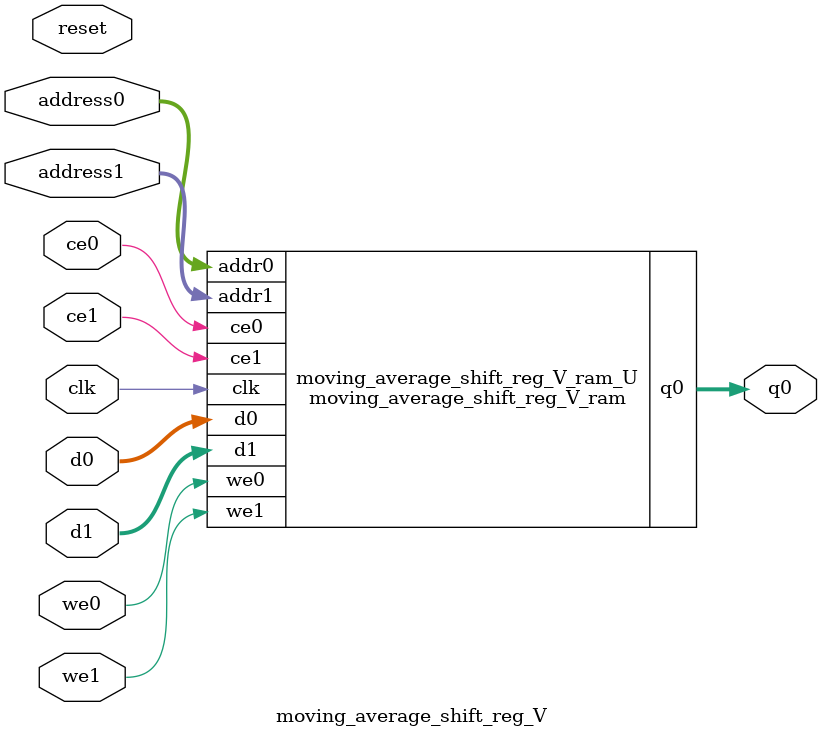
<source format=v>
`timescale 1 ns / 1 ps
module moving_average_shift_reg_V_ram (addr0, ce0, d0, we0, q0, addr1, ce1, d1, we1,  clk);

parameter DWIDTH = 16;
parameter AWIDTH = 10;
parameter MEM_SIZE = 1024;

input[AWIDTH-1:0] addr0;
input ce0;
input[DWIDTH-1:0] d0;
input we0;
output reg[DWIDTH-1:0] q0;
input[AWIDTH-1:0] addr1;
input ce1;
input[DWIDTH-1:0] d1;
input we1;
input clk;

(* ram_style = "block" *)reg [DWIDTH-1:0] ram[0:MEM_SIZE-1];




always @(posedge clk)  
begin 
    if (ce0) 
    begin
        if (we0) 
        begin 
            ram[addr0] <= d0; 
        end 
        q0 <= ram[addr0];
    end
end


always @(posedge clk)  
begin 
    if (ce1) 
    begin
        if (we1) 
        begin 
            ram[addr1] <= d1; 
        end 
    end
end


endmodule

`timescale 1 ns / 1 ps
module moving_average_shift_reg_V(
    reset,
    clk,
    address0,
    ce0,
    we0,
    d0,
    q0,
    address1,
    ce1,
    we1,
    d1);

parameter DataWidth = 32'd16;
parameter AddressRange = 32'd1024;
parameter AddressWidth = 32'd10;
input reset;
input clk;
input[AddressWidth - 1:0] address0;
input ce0;
input we0;
input[DataWidth - 1:0] d0;
output[DataWidth - 1:0] q0;
input[AddressWidth - 1:0] address1;
input ce1;
input we1;
input[DataWidth - 1:0] d1;



moving_average_shift_reg_V_ram moving_average_shift_reg_V_ram_U(
    .clk( clk ),
    .addr0( address0 ),
    .ce0( ce0 ),
    .we0( we0 ),
    .d0( d0 ),
    .q0( q0 ),
    .addr1( address1 ),
    .ce1( ce1 ),
    .we1( we1 ),
    .d1( d1 ));

endmodule


</source>
